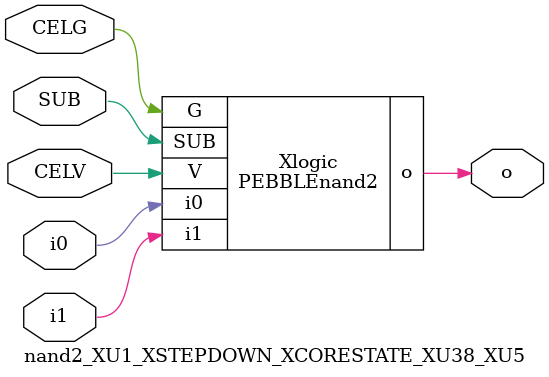
<source format=v>



module PEBBLEnand2 ( o, G, SUB, V, i0, i1 );

  input i0;
  input V;
  input i1;
  input G;
  output o;
  input SUB;
endmodule

//Celera Confidential Do Not Copy nand2_XU1_XSTEPDOWN_XCORESTATE_XU38_XU5
//Celera Confidential Symbol Generator
//5V NAND2
module nand2_XU1_XSTEPDOWN_XCORESTATE_XU38_XU5 (CELV,CELG,i0,i1,o,SUB);
input CELV;
input CELG;
input i0;
input i1;
input SUB;
output o;

//Celera Confidential Do Not Copy nand2
PEBBLEnand2 Xlogic(
.V (CELV),
.i0 (i0),
.i1 (i1),
.o (o),
.SUB (SUB),
.G (CELG)
);
//,diesize,PEBBLEnand2

//Celera Confidential Do Not Copy Module End
//Celera Schematic Generator
endmodule

</source>
